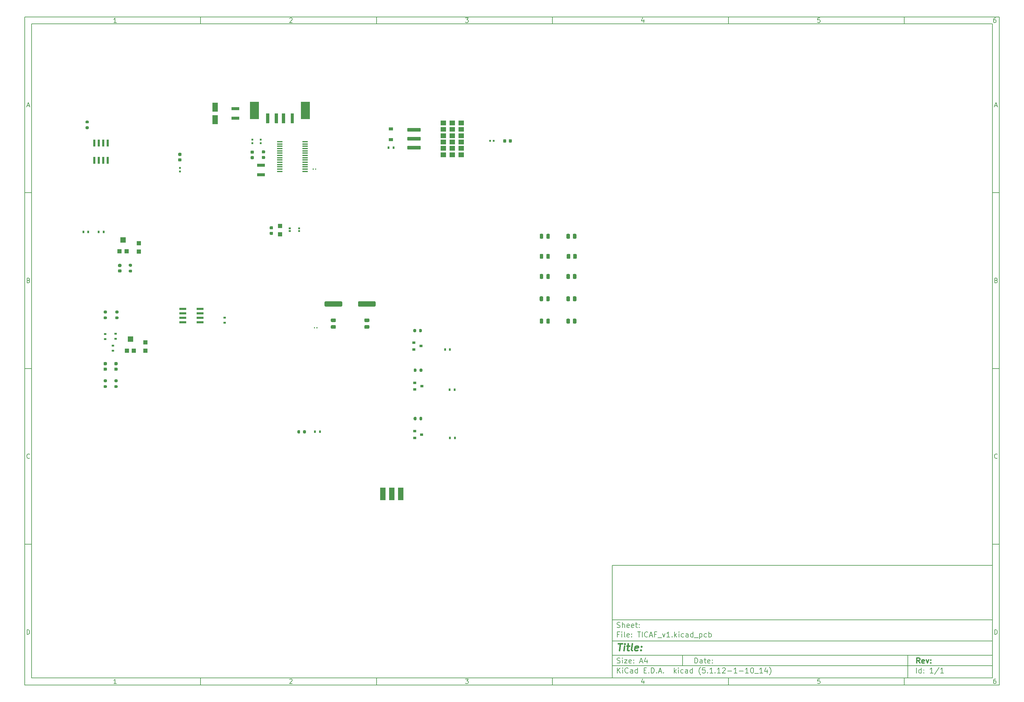
<source format=gbr>
%TF.GenerationSoftware,KiCad,Pcbnew,(5.1.12-1-10_14)*%
%TF.CreationDate,2021-12-30T00:25:25+00:00*%
%TF.ProjectId,TICAF_v1,54494341-465f-4763-912e-6b696361645f,rev?*%
%TF.SameCoordinates,Original*%
%TF.FileFunction,Paste,Top*%
%TF.FilePolarity,Positive*%
%FSLAX46Y46*%
G04 Gerber Fmt 4.6, Leading zero omitted, Abs format (unit mm)*
G04 Created by KiCad (PCBNEW (5.1.12-1-10_14)) date 2021-12-30 00:25:25*
%MOMM*%
%LPD*%
G01*
G04 APERTURE LIST*
%ADD10C,0.100000*%
%ADD11C,0.150000*%
%ADD12C,0.300000*%
%ADD13C,0.400000*%
%ADD14C,0.010000*%
%ADD15R,0.600000X0.700000*%
%ADD16R,0.900000X0.800000*%
%ADD17R,1.500000X0.400000*%
%ADD18R,1.150000X1.150000*%
%ADD19R,1.600000X1.500000*%
%ADD20R,1.200000X1.200000*%
%ADD21R,0.500000X0.475000*%
%ADD22R,0.475000X0.500000*%
%ADD23R,1.524000X3.524000*%
%ADD24R,2.500000X5.000000*%
%ADD25R,0.700000X0.600000*%
%ADD26R,1.200000X0.850000*%
%ADD27R,2.300000X0.900000*%
%ADD28R,1.600000X2.500000*%
G04 APERTURE END LIST*
D10*
D11*
X177002200Y-166007200D02*
X177002200Y-198007200D01*
X285002200Y-198007200D01*
X285002200Y-166007200D01*
X177002200Y-166007200D01*
D10*
D11*
X10000000Y-10000000D02*
X10000000Y-200007200D01*
X287002200Y-200007200D01*
X287002200Y-10000000D01*
X10000000Y-10000000D01*
D10*
D11*
X12000000Y-12000000D02*
X12000000Y-198007200D01*
X285002200Y-198007200D01*
X285002200Y-12000000D01*
X12000000Y-12000000D01*
D10*
D11*
X60000000Y-12000000D02*
X60000000Y-10000000D01*
D10*
D11*
X110000000Y-12000000D02*
X110000000Y-10000000D01*
D10*
D11*
X160000000Y-12000000D02*
X160000000Y-10000000D01*
D10*
D11*
X210000000Y-12000000D02*
X210000000Y-10000000D01*
D10*
D11*
X260000000Y-12000000D02*
X260000000Y-10000000D01*
D10*
D11*
X36065476Y-11588095D02*
X35322619Y-11588095D01*
X35694047Y-11588095D02*
X35694047Y-10288095D01*
X35570238Y-10473809D01*
X35446428Y-10597619D01*
X35322619Y-10659523D01*
D10*
D11*
X85322619Y-10411904D02*
X85384523Y-10350000D01*
X85508333Y-10288095D01*
X85817857Y-10288095D01*
X85941666Y-10350000D01*
X86003571Y-10411904D01*
X86065476Y-10535714D01*
X86065476Y-10659523D01*
X86003571Y-10845238D01*
X85260714Y-11588095D01*
X86065476Y-11588095D01*
D10*
D11*
X135260714Y-10288095D02*
X136065476Y-10288095D01*
X135632142Y-10783333D01*
X135817857Y-10783333D01*
X135941666Y-10845238D01*
X136003571Y-10907142D01*
X136065476Y-11030952D01*
X136065476Y-11340476D01*
X136003571Y-11464285D01*
X135941666Y-11526190D01*
X135817857Y-11588095D01*
X135446428Y-11588095D01*
X135322619Y-11526190D01*
X135260714Y-11464285D01*
D10*
D11*
X185941666Y-10721428D02*
X185941666Y-11588095D01*
X185632142Y-10226190D02*
X185322619Y-11154761D01*
X186127380Y-11154761D01*
D10*
D11*
X236003571Y-10288095D02*
X235384523Y-10288095D01*
X235322619Y-10907142D01*
X235384523Y-10845238D01*
X235508333Y-10783333D01*
X235817857Y-10783333D01*
X235941666Y-10845238D01*
X236003571Y-10907142D01*
X236065476Y-11030952D01*
X236065476Y-11340476D01*
X236003571Y-11464285D01*
X235941666Y-11526190D01*
X235817857Y-11588095D01*
X235508333Y-11588095D01*
X235384523Y-11526190D01*
X235322619Y-11464285D01*
D10*
D11*
X285941666Y-10288095D02*
X285694047Y-10288095D01*
X285570238Y-10350000D01*
X285508333Y-10411904D01*
X285384523Y-10597619D01*
X285322619Y-10845238D01*
X285322619Y-11340476D01*
X285384523Y-11464285D01*
X285446428Y-11526190D01*
X285570238Y-11588095D01*
X285817857Y-11588095D01*
X285941666Y-11526190D01*
X286003571Y-11464285D01*
X286065476Y-11340476D01*
X286065476Y-11030952D01*
X286003571Y-10907142D01*
X285941666Y-10845238D01*
X285817857Y-10783333D01*
X285570238Y-10783333D01*
X285446428Y-10845238D01*
X285384523Y-10907142D01*
X285322619Y-11030952D01*
D10*
D11*
X60000000Y-198007200D02*
X60000000Y-200007200D01*
D10*
D11*
X110000000Y-198007200D02*
X110000000Y-200007200D01*
D10*
D11*
X160000000Y-198007200D02*
X160000000Y-200007200D01*
D10*
D11*
X210000000Y-198007200D02*
X210000000Y-200007200D01*
D10*
D11*
X260000000Y-198007200D02*
X260000000Y-200007200D01*
D10*
D11*
X36065476Y-199595295D02*
X35322619Y-199595295D01*
X35694047Y-199595295D02*
X35694047Y-198295295D01*
X35570238Y-198481009D01*
X35446428Y-198604819D01*
X35322619Y-198666723D01*
D10*
D11*
X85322619Y-198419104D02*
X85384523Y-198357200D01*
X85508333Y-198295295D01*
X85817857Y-198295295D01*
X85941666Y-198357200D01*
X86003571Y-198419104D01*
X86065476Y-198542914D01*
X86065476Y-198666723D01*
X86003571Y-198852438D01*
X85260714Y-199595295D01*
X86065476Y-199595295D01*
D10*
D11*
X135260714Y-198295295D02*
X136065476Y-198295295D01*
X135632142Y-198790533D01*
X135817857Y-198790533D01*
X135941666Y-198852438D01*
X136003571Y-198914342D01*
X136065476Y-199038152D01*
X136065476Y-199347676D01*
X136003571Y-199471485D01*
X135941666Y-199533390D01*
X135817857Y-199595295D01*
X135446428Y-199595295D01*
X135322619Y-199533390D01*
X135260714Y-199471485D01*
D10*
D11*
X185941666Y-198728628D02*
X185941666Y-199595295D01*
X185632142Y-198233390D02*
X185322619Y-199161961D01*
X186127380Y-199161961D01*
D10*
D11*
X236003571Y-198295295D02*
X235384523Y-198295295D01*
X235322619Y-198914342D01*
X235384523Y-198852438D01*
X235508333Y-198790533D01*
X235817857Y-198790533D01*
X235941666Y-198852438D01*
X236003571Y-198914342D01*
X236065476Y-199038152D01*
X236065476Y-199347676D01*
X236003571Y-199471485D01*
X235941666Y-199533390D01*
X235817857Y-199595295D01*
X235508333Y-199595295D01*
X235384523Y-199533390D01*
X235322619Y-199471485D01*
D10*
D11*
X285941666Y-198295295D02*
X285694047Y-198295295D01*
X285570238Y-198357200D01*
X285508333Y-198419104D01*
X285384523Y-198604819D01*
X285322619Y-198852438D01*
X285322619Y-199347676D01*
X285384523Y-199471485D01*
X285446428Y-199533390D01*
X285570238Y-199595295D01*
X285817857Y-199595295D01*
X285941666Y-199533390D01*
X286003571Y-199471485D01*
X286065476Y-199347676D01*
X286065476Y-199038152D01*
X286003571Y-198914342D01*
X285941666Y-198852438D01*
X285817857Y-198790533D01*
X285570238Y-198790533D01*
X285446428Y-198852438D01*
X285384523Y-198914342D01*
X285322619Y-199038152D01*
D10*
D11*
X10000000Y-60000000D02*
X12000000Y-60000000D01*
D10*
D11*
X10000000Y-110000000D02*
X12000000Y-110000000D01*
D10*
D11*
X10000000Y-160000000D02*
X12000000Y-160000000D01*
D10*
D11*
X10690476Y-35216666D02*
X11309523Y-35216666D01*
X10566666Y-35588095D02*
X11000000Y-34288095D01*
X11433333Y-35588095D01*
D10*
D11*
X11092857Y-84907142D02*
X11278571Y-84969047D01*
X11340476Y-85030952D01*
X11402380Y-85154761D01*
X11402380Y-85340476D01*
X11340476Y-85464285D01*
X11278571Y-85526190D01*
X11154761Y-85588095D01*
X10659523Y-85588095D01*
X10659523Y-84288095D01*
X11092857Y-84288095D01*
X11216666Y-84350000D01*
X11278571Y-84411904D01*
X11340476Y-84535714D01*
X11340476Y-84659523D01*
X11278571Y-84783333D01*
X11216666Y-84845238D01*
X11092857Y-84907142D01*
X10659523Y-84907142D01*
D10*
D11*
X11402380Y-135464285D02*
X11340476Y-135526190D01*
X11154761Y-135588095D01*
X11030952Y-135588095D01*
X10845238Y-135526190D01*
X10721428Y-135402380D01*
X10659523Y-135278571D01*
X10597619Y-135030952D01*
X10597619Y-134845238D01*
X10659523Y-134597619D01*
X10721428Y-134473809D01*
X10845238Y-134350000D01*
X11030952Y-134288095D01*
X11154761Y-134288095D01*
X11340476Y-134350000D01*
X11402380Y-134411904D01*
D10*
D11*
X10659523Y-185588095D02*
X10659523Y-184288095D01*
X10969047Y-184288095D01*
X11154761Y-184350000D01*
X11278571Y-184473809D01*
X11340476Y-184597619D01*
X11402380Y-184845238D01*
X11402380Y-185030952D01*
X11340476Y-185278571D01*
X11278571Y-185402380D01*
X11154761Y-185526190D01*
X10969047Y-185588095D01*
X10659523Y-185588095D01*
D10*
D11*
X287002200Y-60000000D02*
X285002200Y-60000000D01*
D10*
D11*
X287002200Y-110000000D02*
X285002200Y-110000000D01*
D10*
D11*
X287002200Y-160000000D02*
X285002200Y-160000000D01*
D10*
D11*
X285692676Y-35216666D02*
X286311723Y-35216666D01*
X285568866Y-35588095D02*
X286002200Y-34288095D01*
X286435533Y-35588095D01*
D10*
D11*
X286095057Y-84907142D02*
X286280771Y-84969047D01*
X286342676Y-85030952D01*
X286404580Y-85154761D01*
X286404580Y-85340476D01*
X286342676Y-85464285D01*
X286280771Y-85526190D01*
X286156961Y-85588095D01*
X285661723Y-85588095D01*
X285661723Y-84288095D01*
X286095057Y-84288095D01*
X286218866Y-84350000D01*
X286280771Y-84411904D01*
X286342676Y-84535714D01*
X286342676Y-84659523D01*
X286280771Y-84783333D01*
X286218866Y-84845238D01*
X286095057Y-84907142D01*
X285661723Y-84907142D01*
D10*
D11*
X286404580Y-135464285D02*
X286342676Y-135526190D01*
X286156961Y-135588095D01*
X286033152Y-135588095D01*
X285847438Y-135526190D01*
X285723628Y-135402380D01*
X285661723Y-135278571D01*
X285599819Y-135030952D01*
X285599819Y-134845238D01*
X285661723Y-134597619D01*
X285723628Y-134473809D01*
X285847438Y-134350000D01*
X286033152Y-134288095D01*
X286156961Y-134288095D01*
X286342676Y-134350000D01*
X286404580Y-134411904D01*
D10*
D11*
X285661723Y-185588095D02*
X285661723Y-184288095D01*
X285971247Y-184288095D01*
X286156961Y-184350000D01*
X286280771Y-184473809D01*
X286342676Y-184597619D01*
X286404580Y-184845238D01*
X286404580Y-185030952D01*
X286342676Y-185278571D01*
X286280771Y-185402380D01*
X286156961Y-185526190D01*
X285971247Y-185588095D01*
X285661723Y-185588095D01*
D10*
D11*
X200434342Y-193785771D02*
X200434342Y-192285771D01*
X200791485Y-192285771D01*
X201005771Y-192357200D01*
X201148628Y-192500057D01*
X201220057Y-192642914D01*
X201291485Y-192928628D01*
X201291485Y-193142914D01*
X201220057Y-193428628D01*
X201148628Y-193571485D01*
X201005771Y-193714342D01*
X200791485Y-193785771D01*
X200434342Y-193785771D01*
X202577200Y-193785771D02*
X202577200Y-193000057D01*
X202505771Y-192857200D01*
X202362914Y-192785771D01*
X202077200Y-192785771D01*
X201934342Y-192857200D01*
X202577200Y-193714342D02*
X202434342Y-193785771D01*
X202077200Y-193785771D01*
X201934342Y-193714342D01*
X201862914Y-193571485D01*
X201862914Y-193428628D01*
X201934342Y-193285771D01*
X202077200Y-193214342D01*
X202434342Y-193214342D01*
X202577200Y-193142914D01*
X203077200Y-192785771D02*
X203648628Y-192785771D01*
X203291485Y-192285771D02*
X203291485Y-193571485D01*
X203362914Y-193714342D01*
X203505771Y-193785771D01*
X203648628Y-193785771D01*
X204720057Y-193714342D02*
X204577200Y-193785771D01*
X204291485Y-193785771D01*
X204148628Y-193714342D01*
X204077200Y-193571485D01*
X204077200Y-193000057D01*
X204148628Y-192857200D01*
X204291485Y-192785771D01*
X204577200Y-192785771D01*
X204720057Y-192857200D01*
X204791485Y-193000057D01*
X204791485Y-193142914D01*
X204077200Y-193285771D01*
X205434342Y-193642914D02*
X205505771Y-193714342D01*
X205434342Y-193785771D01*
X205362914Y-193714342D01*
X205434342Y-193642914D01*
X205434342Y-193785771D01*
X205434342Y-192857200D02*
X205505771Y-192928628D01*
X205434342Y-193000057D01*
X205362914Y-192928628D01*
X205434342Y-192857200D01*
X205434342Y-193000057D01*
D10*
D11*
X177002200Y-194507200D02*
X285002200Y-194507200D01*
D10*
D11*
X178434342Y-196585771D02*
X178434342Y-195085771D01*
X179291485Y-196585771D02*
X178648628Y-195728628D01*
X179291485Y-195085771D02*
X178434342Y-195942914D01*
X179934342Y-196585771D02*
X179934342Y-195585771D01*
X179934342Y-195085771D02*
X179862914Y-195157200D01*
X179934342Y-195228628D01*
X180005771Y-195157200D01*
X179934342Y-195085771D01*
X179934342Y-195228628D01*
X181505771Y-196442914D02*
X181434342Y-196514342D01*
X181220057Y-196585771D01*
X181077200Y-196585771D01*
X180862914Y-196514342D01*
X180720057Y-196371485D01*
X180648628Y-196228628D01*
X180577200Y-195942914D01*
X180577200Y-195728628D01*
X180648628Y-195442914D01*
X180720057Y-195300057D01*
X180862914Y-195157200D01*
X181077200Y-195085771D01*
X181220057Y-195085771D01*
X181434342Y-195157200D01*
X181505771Y-195228628D01*
X182791485Y-196585771D02*
X182791485Y-195800057D01*
X182720057Y-195657200D01*
X182577200Y-195585771D01*
X182291485Y-195585771D01*
X182148628Y-195657200D01*
X182791485Y-196514342D02*
X182648628Y-196585771D01*
X182291485Y-196585771D01*
X182148628Y-196514342D01*
X182077200Y-196371485D01*
X182077200Y-196228628D01*
X182148628Y-196085771D01*
X182291485Y-196014342D01*
X182648628Y-196014342D01*
X182791485Y-195942914D01*
X184148628Y-196585771D02*
X184148628Y-195085771D01*
X184148628Y-196514342D02*
X184005771Y-196585771D01*
X183720057Y-196585771D01*
X183577200Y-196514342D01*
X183505771Y-196442914D01*
X183434342Y-196300057D01*
X183434342Y-195871485D01*
X183505771Y-195728628D01*
X183577200Y-195657200D01*
X183720057Y-195585771D01*
X184005771Y-195585771D01*
X184148628Y-195657200D01*
X186005771Y-195800057D02*
X186505771Y-195800057D01*
X186720057Y-196585771D02*
X186005771Y-196585771D01*
X186005771Y-195085771D01*
X186720057Y-195085771D01*
X187362914Y-196442914D02*
X187434342Y-196514342D01*
X187362914Y-196585771D01*
X187291485Y-196514342D01*
X187362914Y-196442914D01*
X187362914Y-196585771D01*
X188077200Y-196585771D02*
X188077200Y-195085771D01*
X188434342Y-195085771D01*
X188648628Y-195157200D01*
X188791485Y-195300057D01*
X188862914Y-195442914D01*
X188934342Y-195728628D01*
X188934342Y-195942914D01*
X188862914Y-196228628D01*
X188791485Y-196371485D01*
X188648628Y-196514342D01*
X188434342Y-196585771D01*
X188077200Y-196585771D01*
X189577200Y-196442914D02*
X189648628Y-196514342D01*
X189577200Y-196585771D01*
X189505771Y-196514342D01*
X189577200Y-196442914D01*
X189577200Y-196585771D01*
X190220057Y-196157200D02*
X190934342Y-196157200D01*
X190077200Y-196585771D02*
X190577200Y-195085771D01*
X191077200Y-196585771D01*
X191577200Y-196442914D02*
X191648628Y-196514342D01*
X191577200Y-196585771D01*
X191505771Y-196514342D01*
X191577200Y-196442914D01*
X191577200Y-196585771D01*
X194577200Y-196585771D02*
X194577200Y-195085771D01*
X194720057Y-196014342D02*
X195148628Y-196585771D01*
X195148628Y-195585771D02*
X194577200Y-196157200D01*
X195791485Y-196585771D02*
X195791485Y-195585771D01*
X195791485Y-195085771D02*
X195720057Y-195157200D01*
X195791485Y-195228628D01*
X195862914Y-195157200D01*
X195791485Y-195085771D01*
X195791485Y-195228628D01*
X197148628Y-196514342D02*
X197005771Y-196585771D01*
X196720057Y-196585771D01*
X196577200Y-196514342D01*
X196505771Y-196442914D01*
X196434342Y-196300057D01*
X196434342Y-195871485D01*
X196505771Y-195728628D01*
X196577200Y-195657200D01*
X196720057Y-195585771D01*
X197005771Y-195585771D01*
X197148628Y-195657200D01*
X198434342Y-196585771D02*
X198434342Y-195800057D01*
X198362914Y-195657200D01*
X198220057Y-195585771D01*
X197934342Y-195585771D01*
X197791485Y-195657200D01*
X198434342Y-196514342D02*
X198291485Y-196585771D01*
X197934342Y-196585771D01*
X197791485Y-196514342D01*
X197720057Y-196371485D01*
X197720057Y-196228628D01*
X197791485Y-196085771D01*
X197934342Y-196014342D01*
X198291485Y-196014342D01*
X198434342Y-195942914D01*
X199791485Y-196585771D02*
X199791485Y-195085771D01*
X199791485Y-196514342D02*
X199648628Y-196585771D01*
X199362914Y-196585771D01*
X199220057Y-196514342D01*
X199148628Y-196442914D01*
X199077200Y-196300057D01*
X199077200Y-195871485D01*
X199148628Y-195728628D01*
X199220057Y-195657200D01*
X199362914Y-195585771D01*
X199648628Y-195585771D01*
X199791485Y-195657200D01*
X202077200Y-197157200D02*
X202005771Y-197085771D01*
X201862914Y-196871485D01*
X201791485Y-196728628D01*
X201720057Y-196514342D01*
X201648628Y-196157200D01*
X201648628Y-195871485D01*
X201720057Y-195514342D01*
X201791485Y-195300057D01*
X201862914Y-195157200D01*
X202005771Y-194942914D01*
X202077200Y-194871485D01*
X203362914Y-195085771D02*
X202648628Y-195085771D01*
X202577200Y-195800057D01*
X202648628Y-195728628D01*
X202791485Y-195657200D01*
X203148628Y-195657200D01*
X203291485Y-195728628D01*
X203362914Y-195800057D01*
X203434342Y-195942914D01*
X203434342Y-196300057D01*
X203362914Y-196442914D01*
X203291485Y-196514342D01*
X203148628Y-196585771D01*
X202791485Y-196585771D01*
X202648628Y-196514342D01*
X202577200Y-196442914D01*
X204077200Y-196442914D02*
X204148628Y-196514342D01*
X204077200Y-196585771D01*
X204005771Y-196514342D01*
X204077200Y-196442914D01*
X204077200Y-196585771D01*
X205577200Y-196585771D02*
X204720057Y-196585771D01*
X205148628Y-196585771D02*
X205148628Y-195085771D01*
X205005771Y-195300057D01*
X204862914Y-195442914D01*
X204720057Y-195514342D01*
X206220057Y-196442914D02*
X206291485Y-196514342D01*
X206220057Y-196585771D01*
X206148628Y-196514342D01*
X206220057Y-196442914D01*
X206220057Y-196585771D01*
X207720057Y-196585771D02*
X206862914Y-196585771D01*
X207291485Y-196585771D02*
X207291485Y-195085771D01*
X207148628Y-195300057D01*
X207005771Y-195442914D01*
X206862914Y-195514342D01*
X208291485Y-195228628D02*
X208362914Y-195157200D01*
X208505771Y-195085771D01*
X208862914Y-195085771D01*
X209005771Y-195157200D01*
X209077200Y-195228628D01*
X209148628Y-195371485D01*
X209148628Y-195514342D01*
X209077200Y-195728628D01*
X208220057Y-196585771D01*
X209148628Y-196585771D01*
X209791485Y-196014342D02*
X210934342Y-196014342D01*
X212434342Y-196585771D02*
X211577200Y-196585771D01*
X212005771Y-196585771D02*
X212005771Y-195085771D01*
X211862914Y-195300057D01*
X211720057Y-195442914D01*
X211577200Y-195514342D01*
X213077200Y-196014342D02*
X214220057Y-196014342D01*
X215720057Y-196585771D02*
X214862914Y-196585771D01*
X215291485Y-196585771D02*
X215291485Y-195085771D01*
X215148628Y-195300057D01*
X215005771Y-195442914D01*
X214862914Y-195514342D01*
X216648628Y-195085771D02*
X216791485Y-195085771D01*
X216934342Y-195157200D01*
X217005771Y-195228628D01*
X217077200Y-195371485D01*
X217148628Y-195657200D01*
X217148628Y-196014342D01*
X217077200Y-196300057D01*
X217005771Y-196442914D01*
X216934342Y-196514342D01*
X216791485Y-196585771D01*
X216648628Y-196585771D01*
X216505771Y-196514342D01*
X216434342Y-196442914D01*
X216362914Y-196300057D01*
X216291485Y-196014342D01*
X216291485Y-195657200D01*
X216362914Y-195371485D01*
X216434342Y-195228628D01*
X216505771Y-195157200D01*
X216648628Y-195085771D01*
X217434342Y-196728628D02*
X218577200Y-196728628D01*
X219720057Y-196585771D02*
X218862914Y-196585771D01*
X219291485Y-196585771D02*
X219291485Y-195085771D01*
X219148628Y-195300057D01*
X219005771Y-195442914D01*
X218862914Y-195514342D01*
X221005771Y-195585771D02*
X221005771Y-196585771D01*
X220648628Y-195014342D02*
X220291485Y-196085771D01*
X221220057Y-196085771D01*
X221648628Y-197157200D02*
X221720057Y-197085771D01*
X221862914Y-196871485D01*
X221934342Y-196728628D01*
X222005771Y-196514342D01*
X222077200Y-196157200D01*
X222077200Y-195871485D01*
X222005771Y-195514342D01*
X221934342Y-195300057D01*
X221862914Y-195157200D01*
X221720057Y-194942914D01*
X221648628Y-194871485D01*
D10*
D11*
X177002200Y-191507200D02*
X285002200Y-191507200D01*
D10*
D12*
X264411485Y-193785771D02*
X263911485Y-193071485D01*
X263554342Y-193785771D02*
X263554342Y-192285771D01*
X264125771Y-192285771D01*
X264268628Y-192357200D01*
X264340057Y-192428628D01*
X264411485Y-192571485D01*
X264411485Y-192785771D01*
X264340057Y-192928628D01*
X264268628Y-193000057D01*
X264125771Y-193071485D01*
X263554342Y-193071485D01*
X265625771Y-193714342D02*
X265482914Y-193785771D01*
X265197200Y-193785771D01*
X265054342Y-193714342D01*
X264982914Y-193571485D01*
X264982914Y-193000057D01*
X265054342Y-192857200D01*
X265197200Y-192785771D01*
X265482914Y-192785771D01*
X265625771Y-192857200D01*
X265697200Y-193000057D01*
X265697200Y-193142914D01*
X264982914Y-193285771D01*
X266197200Y-192785771D02*
X266554342Y-193785771D01*
X266911485Y-192785771D01*
X267482914Y-193642914D02*
X267554342Y-193714342D01*
X267482914Y-193785771D01*
X267411485Y-193714342D01*
X267482914Y-193642914D01*
X267482914Y-193785771D01*
X267482914Y-192857200D02*
X267554342Y-192928628D01*
X267482914Y-193000057D01*
X267411485Y-192928628D01*
X267482914Y-192857200D01*
X267482914Y-193000057D01*
D10*
D11*
X178362914Y-193714342D02*
X178577200Y-193785771D01*
X178934342Y-193785771D01*
X179077200Y-193714342D01*
X179148628Y-193642914D01*
X179220057Y-193500057D01*
X179220057Y-193357200D01*
X179148628Y-193214342D01*
X179077200Y-193142914D01*
X178934342Y-193071485D01*
X178648628Y-193000057D01*
X178505771Y-192928628D01*
X178434342Y-192857200D01*
X178362914Y-192714342D01*
X178362914Y-192571485D01*
X178434342Y-192428628D01*
X178505771Y-192357200D01*
X178648628Y-192285771D01*
X179005771Y-192285771D01*
X179220057Y-192357200D01*
X179862914Y-193785771D02*
X179862914Y-192785771D01*
X179862914Y-192285771D02*
X179791485Y-192357200D01*
X179862914Y-192428628D01*
X179934342Y-192357200D01*
X179862914Y-192285771D01*
X179862914Y-192428628D01*
X180434342Y-192785771D02*
X181220057Y-192785771D01*
X180434342Y-193785771D01*
X181220057Y-193785771D01*
X182362914Y-193714342D02*
X182220057Y-193785771D01*
X181934342Y-193785771D01*
X181791485Y-193714342D01*
X181720057Y-193571485D01*
X181720057Y-193000057D01*
X181791485Y-192857200D01*
X181934342Y-192785771D01*
X182220057Y-192785771D01*
X182362914Y-192857200D01*
X182434342Y-193000057D01*
X182434342Y-193142914D01*
X181720057Y-193285771D01*
X183077200Y-193642914D02*
X183148628Y-193714342D01*
X183077200Y-193785771D01*
X183005771Y-193714342D01*
X183077200Y-193642914D01*
X183077200Y-193785771D01*
X183077200Y-192857200D02*
X183148628Y-192928628D01*
X183077200Y-193000057D01*
X183005771Y-192928628D01*
X183077200Y-192857200D01*
X183077200Y-193000057D01*
X184862914Y-193357200D02*
X185577200Y-193357200D01*
X184720057Y-193785771D02*
X185220057Y-192285771D01*
X185720057Y-193785771D01*
X186862914Y-192785771D02*
X186862914Y-193785771D01*
X186505771Y-192214342D02*
X186148628Y-193285771D01*
X187077200Y-193285771D01*
D10*
D11*
X263434342Y-196585771D02*
X263434342Y-195085771D01*
X264791485Y-196585771D02*
X264791485Y-195085771D01*
X264791485Y-196514342D02*
X264648628Y-196585771D01*
X264362914Y-196585771D01*
X264220057Y-196514342D01*
X264148628Y-196442914D01*
X264077200Y-196300057D01*
X264077200Y-195871485D01*
X264148628Y-195728628D01*
X264220057Y-195657200D01*
X264362914Y-195585771D01*
X264648628Y-195585771D01*
X264791485Y-195657200D01*
X265505771Y-196442914D02*
X265577200Y-196514342D01*
X265505771Y-196585771D01*
X265434342Y-196514342D01*
X265505771Y-196442914D01*
X265505771Y-196585771D01*
X265505771Y-195657200D02*
X265577200Y-195728628D01*
X265505771Y-195800057D01*
X265434342Y-195728628D01*
X265505771Y-195657200D01*
X265505771Y-195800057D01*
X268148628Y-196585771D02*
X267291485Y-196585771D01*
X267720057Y-196585771D02*
X267720057Y-195085771D01*
X267577200Y-195300057D01*
X267434342Y-195442914D01*
X267291485Y-195514342D01*
X269862914Y-195014342D02*
X268577200Y-196942914D01*
X271148628Y-196585771D02*
X270291485Y-196585771D01*
X270720057Y-196585771D02*
X270720057Y-195085771D01*
X270577200Y-195300057D01*
X270434342Y-195442914D01*
X270291485Y-195514342D01*
D10*
D11*
X177002200Y-187507200D02*
X285002200Y-187507200D01*
D10*
D13*
X178714580Y-188211961D02*
X179857438Y-188211961D01*
X179036009Y-190211961D02*
X179286009Y-188211961D01*
X180274104Y-190211961D02*
X180440771Y-188878628D01*
X180524104Y-188211961D02*
X180416961Y-188307200D01*
X180500295Y-188402438D01*
X180607438Y-188307200D01*
X180524104Y-188211961D01*
X180500295Y-188402438D01*
X181107438Y-188878628D02*
X181869342Y-188878628D01*
X181476485Y-188211961D02*
X181262200Y-189926247D01*
X181333628Y-190116723D01*
X181512200Y-190211961D01*
X181702676Y-190211961D01*
X182655057Y-190211961D02*
X182476485Y-190116723D01*
X182405057Y-189926247D01*
X182619342Y-188211961D01*
X184190771Y-190116723D02*
X183988390Y-190211961D01*
X183607438Y-190211961D01*
X183428866Y-190116723D01*
X183357438Y-189926247D01*
X183452676Y-189164342D01*
X183571723Y-188973866D01*
X183774104Y-188878628D01*
X184155057Y-188878628D01*
X184333628Y-188973866D01*
X184405057Y-189164342D01*
X184381247Y-189354819D01*
X183405057Y-189545295D01*
X185155057Y-190021485D02*
X185238390Y-190116723D01*
X185131247Y-190211961D01*
X185047914Y-190116723D01*
X185155057Y-190021485D01*
X185131247Y-190211961D01*
X185286009Y-188973866D02*
X185369342Y-189069104D01*
X185262200Y-189164342D01*
X185178866Y-189069104D01*
X185286009Y-188973866D01*
X185262200Y-189164342D01*
D10*
D11*
X178934342Y-185600057D02*
X178434342Y-185600057D01*
X178434342Y-186385771D02*
X178434342Y-184885771D01*
X179148628Y-184885771D01*
X179720057Y-186385771D02*
X179720057Y-185385771D01*
X179720057Y-184885771D02*
X179648628Y-184957200D01*
X179720057Y-185028628D01*
X179791485Y-184957200D01*
X179720057Y-184885771D01*
X179720057Y-185028628D01*
X180648628Y-186385771D02*
X180505771Y-186314342D01*
X180434342Y-186171485D01*
X180434342Y-184885771D01*
X181791485Y-186314342D02*
X181648628Y-186385771D01*
X181362914Y-186385771D01*
X181220057Y-186314342D01*
X181148628Y-186171485D01*
X181148628Y-185600057D01*
X181220057Y-185457200D01*
X181362914Y-185385771D01*
X181648628Y-185385771D01*
X181791485Y-185457200D01*
X181862914Y-185600057D01*
X181862914Y-185742914D01*
X181148628Y-185885771D01*
X182505771Y-186242914D02*
X182577200Y-186314342D01*
X182505771Y-186385771D01*
X182434342Y-186314342D01*
X182505771Y-186242914D01*
X182505771Y-186385771D01*
X182505771Y-185457200D02*
X182577200Y-185528628D01*
X182505771Y-185600057D01*
X182434342Y-185528628D01*
X182505771Y-185457200D01*
X182505771Y-185600057D01*
X184148628Y-184885771D02*
X185005771Y-184885771D01*
X184577200Y-186385771D02*
X184577200Y-184885771D01*
X185505771Y-186385771D02*
X185505771Y-184885771D01*
X187077200Y-186242914D02*
X187005771Y-186314342D01*
X186791485Y-186385771D01*
X186648628Y-186385771D01*
X186434342Y-186314342D01*
X186291485Y-186171485D01*
X186220057Y-186028628D01*
X186148628Y-185742914D01*
X186148628Y-185528628D01*
X186220057Y-185242914D01*
X186291485Y-185100057D01*
X186434342Y-184957200D01*
X186648628Y-184885771D01*
X186791485Y-184885771D01*
X187005771Y-184957200D01*
X187077200Y-185028628D01*
X187648628Y-185957200D02*
X188362914Y-185957200D01*
X187505771Y-186385771D02*
X188005771Y-184885771D01*
X188505771Y-186385771D01*
X189505771Y-185600057D02*
X189005771Y-185600057D01*
X189005771Y-186385771D02*
X189005771Y-184885771D01*
X189720057Y-184885771D01*
X189934342Y-186528628D02*
X191077200Y-186528628D01*
X191291485Y-185385771D02*
X191648628Y-186385771D01*
X192005771Y-185385771D01*
X193362914Y-186385771D02*
X192505771Y-186385771D01*
X192934342Y-186385771D02*
X192934342Y-184885771D01*
X192791485Y-185100057D01*
X192648628Y-185242914D01*
X192505771Y-185314342D01*
X194005771Y-186242914D02*
X194077200Y-186314342D01*
X194005771Y-186385771D01*
X193934342Y-186314342D01*
X194005771Y-186242914D01*
X194005771Y-186385771D01*
X194720057Y-186385771D02*
X194720057Y-184885771D01*
X194862914Y-185814342D02*
X195291485Y-186385771D01*
X195291485Y-185385771D02*
X194720057Y-185957200D01*
X195934342Y-186385771D02*
X195934342Y-185385771D01*
X195934342Y-184885771D02*
X195862914Y-184957200D01*
X195934342Y-185028628D01*
X196005771Y-184957200D01*
X195934342Y-184885771D01*
X195934342Y-185028628D01*
X197291485Y-186314342D02*
X197148628Y-186385771D01*
X196862914Y-186385771D01*
X196720057Y-186314342D01*
X196648628Y-186242914D01*
X196577200Y-186100057D01*
X196577200Y-185671485D01*
X196648628Y-185528628D01*
X196720057Y-185457200D01*
X196862914Y-185385771D01*
X197148628Y-185385771D01*
X197291485Y-185457200D01*
X198577200Y-186385771D02*
X198577200Y-185600057D01*
X198505771Y-185457200D01*
X198362914Y-185385771D01*
X198077200Y-185385771D01*
X197934342Y-185457200D01*
X198577200Y-186314342D02*
X198434342Y-186385771D01*
X198077200Y-186385771D01*
X197934342Y-186314342D01*
X197862914Y-186171485D01*
X197862914Y-186028628D01*
X197934342Y-185885771D01*
X198077200Y-185814342D01*
X198434342Y-185814342D01*
X198577200Y-185742914D01*
X199934342Y-186385771D02*
X199934342Y-184885771D01*
X199934342Y-186314342D02*
X199791485Y-186385771D01*
X199505771Y-186385771D01*
X199362914Y-186314342D01*
X199291485Y-186242914D01*
X199220057Y-186100057D01*
X199220057Y-185671485D01*
X199291485Y-185528628D01*
X199362914Y-185457200D01*
X199505771Y-185385771D01*
X199791485Y-185385771D01*
X199934342Y-185457200D01*
X200291485Y-186528628D02*
X201434342Y-186528628D01*
X201791485Y-185385771D02*
X201791485Y-186885771D01*
X201791485Y-185457200D02*
X201934342Y-185385771D01*
X202220057Y-185385771D01*
X202362914Y-185457200D01*
X202434342Y-185528628D01*
X202505771Y-185671485D01*
X202505771Y-186100057D01*
X202434342Y-186242914D01*
X202362914Y-186314342D01*
X202220057Y-186385771D01*
X201934342Y-186385771D01*
X201791485Y-186314342D01*
X203791485Y-186314342D02*
X203648628Y-186385771D01*
X203362914Y-186385771D01*
X203220057Y-186314342D01*
X203148628Y-186242914D01*
X203077200Y-186100057D01*
X203077200Y-185671485D01*
X203148628Y-185528628D01*
X203220057Y-185457200D01*
X203362914Y-185385771D01*
X203648628Y-185385771D01*
X203791485Y-185457200D01*
X204434342Y-186385771D02*
X204434342Y-184885771D01*
X204434342Y-185457200D02*
X204577200Y-185385771D01*
X204862914Y-185385771D01*
X205005771Y-185457200D01*
X205077200Y-185528628D01*
X205148628Y-185671485D01*
X205148628Y-186100057D01*
X205077200Y-186242914D01*
X205005771Y-186314342D01*
X204862914Y-186385771D01*
X204577200Y-186385771D01*
X204434342Y-186314342D01*
D10*
D11*
X177002200Y-181507200D02*
X285002200Y-181507200D01*
D10*
D11*
X178362914Y-183614342D02*
X178577200Y-183685771D01*
X178934342Y-183685771D01*
X179077200Y-183614342D01*
X179148628Y-183542914D01*
X179220057Y-183400057D01*
X179220057Y-183257200D01*
X179148628Y-183114342D01*
X179077200Y-183042914D01*
X178934342Y-182971485D01*
X178648628Y-182900057D01*
X178505771Y-182828628D01*
X178434342Y-182757200D01*
X178362914Y-182614342D01*
X178362914Y-182471485D01*
X178434342Y-182328628D01*
X178505771Y-182257200D01*
X178648628Y-182185771D01*
X179005771Y-182185771D01*
X179220057Y-182257200D01*
X179862914Y-183685771D02*
X179862914Y-182185771D01*
X180505771Y-183685771D02*
X180505771Y-182900057D01*
X180434342Y-182757200D01*
X180291485Y-182685771D01*
X180077200Y-182685771D01*
X179934342Y-182757200D01*
X179862914Y-182828628D01*
X181791485Y-183614342D02*
X181648628Y-183685771D01*
X181362914Y-183685771D01*
X181220057Y-183614342D01*
X181148628Y-183471485D01*
X181148628Y-182900057D01*
X181220057Y-182757200D01*
X181362914Y-182685771D01*
X181648628Y-182685771D01*
X181791485Y-182757200D01*
X181862914Y-182900057D01*
X181862914Y-183042914D01*
X181148628Y-183185771D01*
X183077200Y-183614342D02*
X182934342Y-183685771D01*
X182648628Y-183685771D01*
X182505771Y-183614342D01*
X182434342Y-183471485D01*
X182434342Y-182900057D01*
X182505771Y-182757200D01*
X182648628Y-182685771D01*
X182934342Y-182685771D01*
X183077200Y-182757200D01*
X183148628Y-182900057D01*
X183148628Y-183042914D01*
X182434342Y-183185771D01*
X183577200Y-182685771D02*
X184148628Y-182685771D01*
X183791485Y-182185771D02*
X183791485Y-183471485D01*
X183862914Y-183614342D01*
X184005771Y-183685771D01*
X184148628Y-183685771D01*
X184648628Y-183542914D02*
X184720057Y-183614342D01*
X184648628Y-183685771D01*
X184577200Y-183614342D01*
X184648628Y-183542914D01*
X184648628Y-183685771D01*
X184648628Y-182757200D02*
X184720057Y-182828628D01*
X184648628Y-182900057D01*
X184577200Y-182828628D01*
X184648628Y-182757200D01*
X184648628Y-182900057D01*
D10*
D11*
X197002200Y-191507200D02*
X197002200Y-194507200D01*
D10*
D11*
X261002200Y-191507200D02*
X261002200Y-198007200D01*
D14*
%TO.C,S1*%
G36*
X87706000Y-70630500D02*
G01*
X88156000Y-70630500D01*
X88156000Y-71080500D01*
X87706000Y-71080500D01*
X87706000Y-70630500D01*
G37*
X87706000Y-70630500D02*
X88156000Y-70630500D01*
X88156000Y-71080500D01*
X87706000Y-71080500D01*
X87706000Y-70630500D01*
G36*
X87706000Y-69880500D02*
G01*
X88156000Y-69880500D01*
X88156000Y-70330500D01*
X87706000Y-70330500D01*
X87706000Y-69880500D01*
G37*
X87706000Y-69880500D02*
X88156000Y-69880500D01*
X88156000Y-70330500D01*
X87706000Y-70330500D01*
X87706000Y-69880500D01*
G36*
X85056000Y-70630500D02*
G01*
X85506000Y-70630500D01*
X85506000Y-71080500D01*
X85056000Y-71080500D01*
X85056000Y-70630500D01*
G37*
X85056000Y-70630500D02*
X85506000Y-70630500D01*
X85506000Y-71080500D01*
X85056000Y-71080500D01*
X85056000Y-70630500D01*
G36*
X85056000Y-69880500D02*
G01*
X85506000Y-69880500D01*
X85506000Y-70330500D01*
X85056000Y-70330500D01*
X85056000Y-69880500D01*
G37*
X85056000Y-69880500D02*
X85506000Y-69880500D01*
X85506000Y-70330500D01*
X85056000Y-70330500D01*
X85056000Y-69880500D01*
%TO.C,U2*%
G36*
X128240400Y-48510500D02*
G01*
X129690400Y-48510500D01*
X129690400Y-49770500D01*
X128240400Y-49770500D01*
X128240400Y-48510500D01*
G37*
X128240400Y-48510500D02*
X129690400Y-48510500D01*
X129690400Y-49770500D01*
X128240400Y-49770500D01*
X128240400Y-48510500D01*
G36*
X128240400Y-46710500D02*
G01*
X129690400Y-46710500D01*
X129690400Y-47970500D01*
X128240400Y-47970500D01*
X128240400Y-46710500D01*
G37*
X128240400Y-46710500D02*
X129690400Y-46710500D01*
X129690400Y-47970500D01*
X128240400Y-47970500D01*
X128240400Y-46710500D01*
G36*
X128240400Y-44910500D02*
G01*
X129690400Y-44910500D01*
X129690400Y-46170500D01*
X128240400Y-46170500D01*
X128240400Y-44910500D01*
G37*
X128240400Y-44910500D02*
X129690400Y-44910500D01*
X129690400Y-46170500D01*
X128240400Y-46170500D01*
X128240400Y-44910500D01*
G36*
X128240400Y-39510500D02*
G01*
X129690400Y-39510500D01*
X129690400Y-40770500D01*
X128240400Y-40770500D01*
X128240400Y-39510500D01*
G37*
X128240400Y-39510500D02*
X129690400Y-39510500D01*
X129690400Y-40770500D01*
X128240400Y-40770500D01*
X128240400Y-39510500D01*
G36*
X128240400Y-41310500D02*
G01*
X129690400Y-41310500D01*
X129690400Y-42570500D01*
X128240400Y-42570500D01*
X128240400Y-41310500D01*
G37*
X128240400Y-41310500D02*
X129690400Y-41310500D01*
X129690400Y-42570500D01*
X128240400Y-42570500D01*
X128240400Y-41310500D01*
G36*
X128240400Y-43110500D02*
G01*
X129690400Y-43110500D01*
X129690400Y-44370500D01*
X128240400Y-44370500D01*
X128240400Y-43110500D01*
G37*
X128240400Y-43110500D02*
X129690400Y-43110500D01*
X129690400Y-44370500D01*
X128240400Y-44370500D01*
X128240400Y-43110500D01*
G36*
X133320400Y-48510500D02*
G01*
X134770400Y-48510500D01*
X134770400Y-49770500D01*
X133320400Y-49770500D01*
X133320400Y-48510500D01*
G37*
X133320400Y-48510500D02*
X134770400Y-48510500D01*
X134770400Y-49770500D01*
X133320400Y-49770500D01*
X133320400Y-48510500D01*
G36*
X133320400Y-46710500D02*
G01*
X134770400Y-46710500D01*
X134770400Y-47970500D01*
X133320400Y-47970500D01*
X133320400Y-46710500D01*
G37*
X133320400Y-46710500D02*
X134770400Y-46710500D01*
X134770400Y-47970500D01*
X133320400Y-47970500D01*
X133320400Y-46710500D01*
G36*
X133320400Y-44910500D02*
G01*
X134770400Y-44910500D01*
X134770400Y-46170500D01*
X133320400Y-46170500D01*
X133320400Y-44910500D01*
G37*
X133320400Y-44910500D02*
X134770400Y-44910500D01*
X134770400Y-46170500D01*
X133320400Y-46170500D01*
X133320400Y-44910500D01*
G36*
X133320400Y-39510500D02*
G01*
X134770400Y-39510500D01*
X134770400Y-40770500D01*
X133320400Y-40770500D01*
X133320400Y-39510500D01*
G37*
X133320400Y-39510500D02*
X134770400Y-39510500D01*
X134770400Y-40770500D01*
X133320400Y-40770500D01*
X133320400Y-39510500D01*
G36*
X133320400Y-41310500D02*
G01*
X134770400Y-41310500D01*
X134770400Y-42570500D01*
X133320400Y-42570500D01*
X133320400Y-41310500D01*
G37*
X133320400Y-41310500D02*
X134770400Y-41310500D01*
X134770400Y-42570500D01*
X133320400Y-42570500D01*
X133320400Y-41310500D01*
G36*
X133320400Y-43110500D02*
G01*
X134770400Y-43110500D01*
X134770400Y-44370500D01*
X133320400Y-44370500D01*
X133320400Y-43110500D01*
G37*
X133320400Y-43110500D02*
X134770400Y-43110500D01*
X134770400Y-44370500D01*
X133320400Y-44370500D01*
X133320400Y-43110500D01*
G36*
X130780400Y-48510500D02*
G01*
X132230400Y-48510500D01*
X132230400Y-49770500D01*
X130780400Y-49770500D01*
X130780400Y-48510500D01*
G37*
X130780400Y-48510500D02*
X132230400Y-48510500D01*
X132230400Y-49770500D01*
X130780400Y-49770500D01*
X130780400Y-48510500D01*
G36*
X130780400Y-46710500D02*
G01*
X132230400Y-46710500D01*
X132230400Y-47970500D01*
X130780400Y-47970500D01*
X130780400Y-46710500D01*
G37*
X130780400Y-46710500D02*
X132230400Y-46710500D01*
X132230400Y-47970500D01*
X130780400Y-47970500D01*
X130780400Y-46710500D01*
G36*
X130780400Y-44910500D02*
G01*
X132230400Y-44910500D01*
X132230400Y-46170500D01*
X130780400Y-46170500D01*
X130780400Y-44910500D01*
G37*
X130780400Y-44910500D02*
X132230400Y-44910500D01*
X132230400Y-46170500D01*
X130780400Y-46170500D01*
X130780400Y-44910500D01*
G36*
X130780400Y-39510500D02*
G01*
X132230400Y-39510500D01*
X132230400Y-40770500D01*
X130780400Y-40770500D01*
X130780400Y-39510500D01*
G37*
X130780400Y-39510500D02*
X132230400Y-39510500D01*
X132230400Y-40770500D01*
X130780400Y-40770500D01*
X130780400Y-39510500D01*
G36*
X130780400Y-41310500D02*
G01*
X132230400Y-41310500D01*
X132230400Y-42570500D01*
X130780400Y-42570500D01*
X130780400Y-41310500D01*
G37*
X130780400Y-41310500D02*
X132230400Y-41310500D01*
X132230400Y-42570500D01*
X130780400Y-42570500D01*
X130780400Y-41310500D01*
G36*
X130780400Y-43110500D02*
G01*
X132230400Y-43110500D01*
X132230400Y-44370500D01*
X130780400Y-44370500D01*
X130780400Y-43110500D01*
G37*
X130780400Y-43110500D02*
X132230400Y-43110500D01*
X132230400Y-44370500D01*
X130780400Y-44370500D01*
X130780400Y-43110500D01*
%TD*%
D15*
%TO.C,D22*%
X113400000Y-47200000D03*
X114800000Y-47200000D03*
%TD*%
D16*
%TO.C,Q3*%
X122620000Y-103600000D03*
X120620000Y-104550000D03*
X120620000Y-102650000D03*
%TD*%
%TO.C,Q2*%
X122810000Y-128770000D03*
X120810000Y-129720000D03*
X120810000Y-127820000D03*
%TD*%
%TO.C,Q1*%
X122850000Y-115010000D03*
X120850000Y-115960000D03*
X120850000Y-114060000D03*
%TD*%
%TO.C,Y1*%
G36*
G01*
X104734000Y-92098600D02*
X104734000Y-91162400D01*
G75*
G02*
X105020900Y-90875500I286900J0D01*
G01*
X109457100Y-90875500D01*
G75*
G02*
X109744000Y-91162400I0J-286900D01*
G01*
X109744000Y-92098600D01*
G75*
G02*
X109457100Y-92385500I-286900J0D01*
G01*
X105020900Y-92385500D01*
G75*
G02*
X104734000Y-92098600I0J286900D01*
G01*
G37*
G36*
G01*
X95234000Y-92098600D02*
X95234000Y-91162400D01*
G75*
G02*
X95520900Y-90875500I286900J0D01*
G01*
X99957100Y-90875500D01*
G75*
G02*
X100244000Y-91162400I0J-286900D01*
G01*
X100244000Y-92098600D01*
G75*
G02*
X99957100Y-92385500I-286900J0D01*
G01*
X95520900Y-92385500D01*
G75*
G02*
X95234000Y-92098600I0J286900D01*
G01*
G37*
%TD*%
%TO.C,U5*%
G36*
G01*
X58889000Y-93285500D02*
X58889000Y-92769500D01*
G75*
G02*
X58931000Y-92727500I42000J0D01*
G01*
X60817000Y-92727500D01*
G75*
G02*
X60859000Y-92769500I0J-42000D01*
G01*
X60859000Y-93285500D01*
G75*
G02*
X60817000Y-93327500I-42000J0D01*
G01*
X58931000Y-93327500D01*
G75*
G02*
X58889000Y-93285500I0J42000D01*
G01*
G37*
G36*
G01*
X58889000Y-94555500D02*
X58889000Y-94039500D01*
G75*
G02*
X58931000Y-93997500I42000J0D01*
G01*
X60817000Y-93997500D01*
G75*
G02*
X60859000Y-94039500I0J-42000D01*
G01*
X60859000Y-94555500D01*
G75*
G02*
X60817000Y-94597500I-42000J0D01*
G01*
X58931000Y-94597500D01*
G75*
G02*
X58889000Y-94555500I0J42000D01*
G01*
G37*
G36*
G01*
X58889000Y-95825500D02*
X58889000Y-95309500D01*
G75*
G02*
X58931000Y-95267500I42000J0D01*
G01*
X60817000Y-95267500D01*
G75*
G02*
X60859000Y-95309500I0J-42000D01*
G01*
X60859000Y-95825500D01*
G75*
G02*
X60817000Y-95867500I-42000J0D01*
G01*
X58931000Y-95867500D01*
G75*
G02*
X58889000Y-95825500I0J42000D01*
G01*
G37*
G36*
G01*
X58889000Y-97095500D02*
X58889000Y-96579500D01*
G75*
G02*
X58931000Y-96537500I42000J0D01*
G01*
X60817000Y-96537500D01*
G75*
G02*
X60859000Y-96579500I0J-42000D01*
G01*
X60859000Y-97095500D01*
G75*
G02*
X60817000Y-97137500I-42000J0D01*
G01*
X58931000Y-97137500D01*
G75*
G02*
X58889000Y-97095500I0J42000D01*
G01*
G37*
G36*
G01*
X53949000Y-97095500D02*
X53949000Y-96579500D01*
G75*
G02*
X53991000Y-96537500I42000J0D01*
G01*
X55877000Y-96537500D01*
G75*
G02*
X55919000Y-96579500I0J-42000D01*
G01*
X55919000Y-97095500D01*
G75*
G02*
X55877000Y-97137500I-42000J0D01*
G01*
X53991000Y-97137500D01*
G75*
G02*
X53949000Y-97095500I0J42000D01*
G01*
G37*
G36*
G01*
X53949000Y-95825500D02*
X53949000Y-95309500D01*
G75*
G02*
X53991000Y-95267500I42000J0D01*
G01*
X55877000Y-95267500D01*
G75*
G02*
X55919000Y-95309500I0J-42000D01*
G01*
X55919000Y-95825500D01*
G75*
G02*
X55877000Y-95867500I-42000J0D01*
G01*
X53991000Y-95867500D01*
G75*
G02*
X53949000Y-95825500I0J42000D01*
G01*
G37*
G36*
G01*
X53949000Y-94555500D02*
X53949000Y-94039500D01*
G75*
G02*
X53991000Y-93997500I42000J0D01*
G01*
X55877000Y-93997500D01*
G75*
G02*
X55919000Y-94039500I0J-42000D01*
G01*
X55919000Y-94555500D01*
G75*
G02*
X55877000Y-94597500I-42000J0D01*
G01*
X53991000Y-94597500D01*
G75*
G02*
X53949000Y-94555500I0J42000D01*
G01*
G37*
G36*
G01*
X53949000Y-93285500D02*
X53949000Y-92769500D01*
G75*
G02*
X53991000Y-92727500I42000J0D01*
G01*
X55877000Y-92727500D01*
G75*
G02*
X55919000Y-92769500I0J-42000D01*
G01*
X55919000Y-93285500D01*
G75*
G02*
X55877000Y-93327500I-42000J0D01*
G01*
X53991000Y-93327500D01*
G75*
G02*
X53949000Y-93285500I0J42000D01*
G01*
G37*
%TD*%
%TO.C,U4*%
G36*
G01*
X33333500Y-49808500D02*
X33849500Y-49808500D01*
G75*
G02*
X33891500Y-49850500I0J-42000D01*
G01*
X33891500Y-51736500D01*
G75*
G02*
X33849500Y-51778500I-42000J0D01*
G01*
X33333500Y-51778500D01*
G75*
G02*
X33291500Y-51736500I0J42000D01*
G01*
X33291500Y-49850500D01*
G75*
G02*
X33333500Y-49808500I42000J0D01*
G01*
G37*
G36*
G01*
X32063500Y-49808500D02*
X32579500Y-49808500D01*
G75*
G02*
X32621500Y-49850500I0J-42000D01*
G01*
X32621500Y-51736500D01*
G75*
G02*
X32579500Y-51778500I-42000J0D01*
G01*
X32063500Y-51778500D01*
G75*
G02*
X32021500Y-51736500I0J42000D01*
G01*
X32021500Y-49850500D01*
G75*
G02*
X32063500Y-49808500I42000J0D01*
G01*
G37*
G36*
G01*
X30793500Y-49808500D02*
X31309500Y-49808500D01*
G75*
G02*
X31351500Y-49850500I0J-42000D01*
G01*
X31351500Y-51736500D01*
G75*
G02*
X31309500Y-51778500I-42000J0D01*
G01*
X30793500Y-51778500D01*
G75*
G02*
X30751500Y-51736500I0J42000D01*
G01*
X30751500Y-49850500D01*
G75*
G02*
X30793500Y-49808500I42000J0D01*
G01*
G37*
G36*
G01*
X29523500Y-49808500D02*
X30039500Y-49808500D01*
G75*
G02*
X30081500Y-49850500I0J-42000D01*
G01*
X30081500Y-51736500D01*
G75*
G02*
X30039500Y-51778500I-42000J0D01*
G01*
X29523500Y-51778500D01*
G75*
G02*
X29481500Y-51736500I0J42000D01*
G01*
X29481500Y-49850500D01*
G75*
G02*
X29523500Y-49808500I42000J0D01*
G01*
G37*
G36*
G01*
X29523500Y-44868500D02*
X30039500Y-44868500D01*
G75*
G02*
X30081500Y-44910500I0J-42000D01*
G01*
X30081500Y-46796500D01*
G75*
G02*
X30039500Y-46838500I-42000J0D01*
G01*
X29523500Y-46838500D01*
G75*
G02*
X29481500Y-46796500I0J42000D01*
G01*
X29481500Y-44910500D01*
G75*
G02*
X29523500Y-44868500I42000J0D01*
G01*
G37*
G36*
G01*
X30793500Y-44868500D02*
X31309500Y-44868500D01*
G75*
G02*
X31351500Y-44910500I0J-42000D01*
G01*
X31351500Y-46796500D01*
G75*
G02*
X31309500Y-46838500I-42000J0D01*
G01*
X30793500Y-46838500D01*
G75*
G02*
X30751500Y-46796500I0J42000D01*
G01*
X30751500Y-44910500D01*
G75*
G02*
X30793500Y-44868500I42000J0D01*
G01*
G37*
G36*
G01*
X32063500Y-44868500D02*
X32579500Y-44868500D01*
G75*
G02*
X32621500Y-44910500I0J-42000D01*
G01*
X32621500Y-46796500D01*
G75*
G02*
X32579500Y-46838500I-42000J0D01*
G01*
X32063500Y-46838500D01*
G75*
G02*
X32021500Y-46796500I0J42000D01*
G01*
X32021500Y-44910500D01*
G75*
G02*
X32063500Y-44868500I42000J0D01*
G01*
G37*
G36*
G01*
X33333500Y-44868500D02*
X33849500Y-44868500D01*
G75*
G02*
X33891500Y-44910500I0J-42000D01*
G01*
X33891500Y-46796500D01*
G75*
G02*
X33849500Y-46838500I-42000J0D01*
G01*
X33333500Y-46838500D01*
G75*
G02*
X33291500Y-46796500I0J42000D01*
G01*
X33291500Y-44910500D01*
G75*
G02*
X33333500Y-44868500I42000J0D01*
G01*
G37*
%TD*%
D17*
%TO.C,U3*%
X82481000Y-53945500D03*
X82481000Y-53295500D03*
X82481000Y-52645500D03*
X82481000Y-51995500D03*
X82481000Y-51345500D03*
X82481000Y-50695500D03*
X82481000Y-50045500D03*
X82481000Y-49395500D03*
X82481000Y-48745500D03*
X82481000Y-48095500D03*
X82481000Y-47445500D03*
X82481000Y-46795500D03*
X82481000Y-46145500D03*
X82481000Y-45495500D03*
X89731000Y-45495500D03*
X89731000Y-46145500D03*
X89731000Y-46795500D03*
X89731000Y-47445500D03*
X89731000Y-48095500D03*
X89731000Y-48745500D03*
X89731000Y-49395500D03*
X89731000Y-50045500D03*
X89731000Y-50695500D03*
X89731000Y-51345500D03*
X89731000Y-51995500D03*
X89731000Y-52645500D03*
X89731000Y-53295500D03*
X89731000Y-53945500D03*
%TD*%
%TO.C,U2*%
G36*
G01*
X118730400Y-47556700D02*
X118730400Y-46804300D01*
G75*
G02*
X118849200Y-46685500I118800J0D01*
G01*
X122401600Y-46685500D01*
G75*
G02*
X122520400Y-46804300I0J-118800D01*
G01*
X122520400Y-47556700D01*
G75*
G02*
X122401600Y-47675500I-118800J0D01*
G01*
X118849200Y-47675500D01*
G75*
G02*
X118730400Y-47556700I0J118800D01*
G01*
G37*
G36*
G01*
X118730400Y-45016700D02*
X118730400Y-44264300D01*
G75*
G02*
X118849200Y-44145500I118800J0D01*
G01*
X122401600Y-44145500D01*
G75*
G02*
X122520400Y-44264300I0J-118800D01*
G01*
X122520400Y-45016700D01*
G75*
G02*
X122401600Y-45135500I-118800J0D01*
G01*
X118849200Y-45135500D01*
G75*
G02*
X118730400Y-45016700I0J118800D01*
G01*
G37*
G36*
G01*
X118730400Y-42476700D02*
X118730400Y-41724300D01*
G75*
G02*
X118849200Y-41605500I118800J0D01*
G01*
X122401600Y-41605500D01*
G75*
G02*
X122520400Y-41724300I0J-118800D01*
G01*
X122520400Y-42476700D01*
G75*
G02*
X122401600Y-42595500I-118800J0D01*
G01*
X118849200Y-42595500D01*
G75*
G02*
X118730400Y-42476700I0J118800D01*
G01*
G37*
%TD*%
%TO.C,R24*%
G36*
G01*
X27474500Y-41128000D02*
X28024500Y-41128000D01*
G75*
G02*
X28224500Y-41328000I0J-200000D01*
G01*
X28224500Y-41728000D01*
G75*
G02*
X28024500Y-41928000I-200000J0D01*
G01*
X27474500Y-41928000D01*
G75*
G02*
X27274500Y-41728000I0J200000D01*
G01*
X27274500Y-41328000D01*
G75*
G02*
X27474500Y-41128000I200000J0D01*
G01*
G37*
G36*
G01*
X27474500Y-39478000D02*
X28024500Y-39478000D01*
G75*
G02*
X28224500Y-39678000I0J-200000D01*
G01*
X28224500Y-40078000D01*
G75*
G02*
X28024500Y-40278000I-200000J0D01*
G01*
X27474500Y-40278000D01*
G75*
G02*
X27274500Y-40078000I0J200000D01*
G01*
X27274500Y-39678000D01*
G75*
G02*
X27474500Y-39478000I200000J0D01*
G01*
G37*
%TD*%
%TO.C,R23*%
G36*
G01*
X122090000Y-99485000D02*
X122090000Y-98935000D01*
G75*
G02*
X122290000Y-98735000I200000J0D01*
G01*
X122690000Y-98735000D01*
G75*
G02*
X122890000Y-98935000I0J-200000D01*
G01*
X122890000Y-99485000D01*
G75*
G02*
X122690000Y-99685000I-200000J0D01*
G01*
X122290000Y-99685000D01*
G75*
G02*
X122090000Y-99485000I0J200000D01*
G01*
G37*
G36*
G01*
X120440000Y-99485000D02*
X120440000Y-98935000D01*
G75*
G02*
X120640000Y-98735000I200000J0D01*
G01*
X121040000Y-98735000D01*
G75*
G02*
X121240000Y-98935000I0J-200000D01*
G01*
X121240000Y-99485000D01*
G75*
G02*
X121040000Y-99685000I-200000J0D01*
G01*
X120640000Y-99685000D01*
G75*
G02*
X120440000Y-99485000I0J200000D01*
G01*
G37*
%TD*%
%TO.C,R22*%
G36*
G01*
X89140000Y-128265000D02*
X89140000Y-127715000D01*
G75*
G02*
X89340000Y-127515000I200000J0D01*
G01*
X89740000Y-127515000D01*
G75*
G02*
X89940000Y-127715000I0J-200000D01*
G01*
X89940000Y-128265000D01*
G75*
G02*
X89740000Y-128465000I-200000J0D01*
G01*
X89340000Y-128465000D01*
G75*
G02*
X89140000Y-128265000I0J200000D01*
G01*
G37*
G36*
G01*
X87490000Y-128265000D02*
X87490000Y-127715000D01*
G75*
G02*
X87690000Y-127515000I200000J0D01*
G01*
X88090000Y-127515000D01*
G75*
G02*
X88290000Y-127715000I0J-200000D01*
G01*
X88290000Y-128265000D01*
G75*
G02*
X88090000Y-128465000I-200000J0D01*
G01*
X87690000Y-128465000D01*
G75*
G02*
X87490000Y-128265000I0J200000D01*
G01*
G37*
%TD*%
%TO.C,R21*%
G36*
G01*
X122220000Y-110745000D02*
X122220000Y-110195000D01*
G75*
G02*
X122420000Y-109995000I200000J0D01*
G01*
X122820000Y-109995000D01*
G75*
G02*
X123020000Y-110195000I0J-200000D01*
G01*
X123020000Y-110745000D01*
G75*
G02*
X122820000Y-110945000I-200000J0D01*
G01*
X122420000Y-110945000D01*
G75*
G02*
X122220000Y-110745000I0J200000D01*
G01*
G37*
G36*
G01*
X120570000Y-110745000D02*
X120570000Y-110195000D01*
G75*
G02*
X120770000Y-109995000I200000J0D01*
G01*
X121170000Y-109995000D01*
G75*
G02*
X121370000Y-110195000I0J-200000D01*
G01*
X121370000Y-110745000D01*
G75*
G02*
X121170000Y-110945000I-200000J0D01*
G01*
X120770000Y-110945000D01*
G75*
G02*
X120570000Y-110745000I0J200000D01*
G01*
G37*
%TD*%
%TO.C,R20*%
G36*
G01*
X122200000Y-124505000D02*
X122200000Y-123955000D01*
G75*
G02*
X122400000Y-123755000I200000J0D01*
G01*
X122800000Y-123755000D01*
G75*
G02*
X123000000Y-123955000I0J-200000D01*
G01*
X123000000Y-124505000D01*
G75*
G02*
X122800000Y-124705000I-200000J0D01*
G01*
X122400000Y-124705000D01*
G75*
G02*
X122200000Y-124505000I0J200000D01*
G01*
G37*
G36*
G01*
X120550000Y-124505000D02*
X120550000Y-123955000D01*
G75*
G02*
X120750000Y-123755000I200000J0D01*
G01*
X121150000Y-123755000D01*
G75*
G02*
X121350000Y-123955000I0J-200000D01*
G01*
X121350000Y-124505000D01*
G75*
G02*
X121150000Y-124705000I-200000J0D01*
G01*
X120750000Y-124705000D01*
G75*
G02*
X120550000Y-124505000I0J200000D01*
G01*
G37*
%TD*%
D18*
%TO.C,R19*%
X42418000Y-76708000D03*
X42418000Y-74358000D03*
%TD*%
D19*
%TO.C,R18*%
X37957000Y-73394500D03*
D20*
X38957000Y-76644500D03*
X36957000Y-76644500D03*
%TD*%
%TO.C,R17*%
G36*
G01*
X40343500Y-81020500D02*
X39793500Y-81020500D01*
G75*
G02*
X39593500Y-80820500I0J200000D01*
G01*
X39593500Y-80420500D01*
G75*
G02*
X39793500Y-80220500I200000J0D01*
G01*
X40343500Y-80220500D01*
G75*
G02*
X40543500Y-80420500I0J-200000D01*
G01*
X40543500Y-80820500D01*
G75*
G02*
X40343500Y-81020500I-200000J0D01*
G01*
G37*
G36*
G01*
X40343500Y-82670500D02*
X39793500Y-82670500D01*
G75*
G02*
X39593500Y-82470500I0J200000D01*
G01*
X39593500Y-82070500D01*
G75*
G02*
X39793500Y-81870500I200000J0D01*
G01*
X40343500Y-81870500D01*
G75*
G02*
X40543500Y-82070500I0J-200000D01*
G01*
X40543500Y-82470500D01*
G75*
G02*
X40343500Y-82670500I-200000J0D01*
G01*
G37*
%TD*%
%TO.C,R16*%
G36*
G01*
X32618000Y-114724500D02*
X33168000Y-114724500D01*
G75*
G02*
X33368000Y-114924500I0J-200000D01*
G01*
X33368000Y-115324500D01*
G75*
G02*
X33168000Y-115524500I-200000J0D01*
G01*
X32618000Y-115524500D01*
G75*
G02*
X32418000Y-115324500I0J200000D01*
G01*
X32418000Y-114924500D01*
G75*
G02*
X32618000Y-114724500I200000J0D01*
G01*
G37*
G36*
G01*
X32618000Y-113074500D02*
X33168000Y-113074500D01*
G75*
G02*
X33368000Y-113274500I0J-200000D01*
G01*
X33368000Y-113674500D01*
G75*
G02*
X33168000Y-113874500I-200000J0D01*
G01*
X32618000Y-113874500D01*
G75*
G02*
X32418000Y-113674500I0J200000D01*
G01*
X32418000Y-113274500D01*
G75*
G02*
X32618000Y-113074500I200000J0D01*
G01*
G37*
%TD*%
D18*
%TO.C,R15*%
X44323000Y-104902000D03*
X44323000Y-102552000D03*
%TD*%
%TO.C,R14*%
G36*
G01*
X35666000Y-114725500D02*
X36216000Y-114725500D01*
G75*
G02*
X36416000Y-114925500I0J-200000D01*
G01*
X36416000Y-115325500D01*
G75*
G02*
X36216000Y-115525500I-200000J0D01*
G01*
X35666000Y-115525500D01*
G75*
G02*
X35466000Y-115325500I0J200000D01*
G01*
X35466000Y-114925500D01*
G75*
G02*
X35666000Y-114725500I200000J0D01*
G01*
G37*
G36*
G01*
X35666000Y-113075500D02*
X36216000Y-113075500D01*
G75*
G02*
X36416000Y-113275500I0J-200000D01*
G01*
X36416000Y-113675500D01*
G75*
G02*
X36216000Y-113875500I-200000J0D01*
G01*
X35666000Y-113875500D01*
G75*
G02*
X35466000Y-113675500I0J200000D01*
G01*
X35466000Y-113275500D01*
G75*
G02*
X35666000Y-113075500I200000J0D01*
G01*
G37*
%TD*%
%TO.C,R13*%
G36*
G01*
X33168000Y-94317500D02*
X32618000Y-94317500D01*
G75*
G02*
X32418000Y-94117500I0J200000D01*
G01*
X32418000Y-93717500D01*
G75*
G02*
X32618000Y-93517500I200000J0D01*
G01*
X33168000Y-93517500D01*
G75*
G02*
X33368000Y-93717500I0J-200000D01*
G01*
X33368000Y-94117500D01*
G75*
G02*
X33168000Y-94317500I-200000J0D01*
G01*
G37*
G36*
G01*
X33168000Y-95967500D02*
X32618000Y-95967500D01*
G75*
G02*
X32418000Y-95767500I0J200000D01*
G01*
X32418000Y-95367500D01*
G75*
G02*
X32618000Y-95167500I200000J0D01*
G01*
X33168000Y-95167500D01*
G75*
G02*
X33368000Y-95367500I0J-200000D01*
G01*
X33368000Y-95767500D01*
G75*
G02*
X33168000Y-95967500I-200000J0D01*
G01*
G37*
%TD*%
%TO.C,R12*%
G36*
G01*
X36470000Y-94316500D02*
X35920000Y-94316500D01*
G75*
G02*
X35720000Y-94116500I0J200000D01*
G01*
X35720000Y-93716500D01*
G75*
G02*
X35920000Y-93516500I200000J0D01*
G01*
X36470000Y-93516500D01*
G75*
G02*
X36670000Y-93716500I0J-200000D01*
G01*
X36670000Y-94116500D01*
G75*
G02*
X36470000Y-94316500I-200000J0D01*
G01*
G37*
G36*
G01*
X36470000Y-95966500D02*
X35920000Y-95966500D01*
G75*
G02*
X35720000Y-95766500I0J200000D01*
G01*
X35720000Y-95366500D01*
G75*
G02*
X35920000Y-95166500I200000J0D01*
G01*
X36470000Y-95166500D01*
G75*
G02*
X36670000Y-95366500I0J-200000D01*
G01*
X36670000Y-95766500D01*
G75*
G02*
X36470000Y-95966500I-200000J0D01*
G01*
G37*
%TD*%
D19*
%TO.C,R11*%
X40052500Y-101652000D03*
D20*
X41052500Y-104902000D03*
X39052500Y-104902000D03*
%TD*%
%TO.C,R10*%
G36*
G01*
X164977500Y-96069999D02*
X164977500Y-96970001D01*
G75*
G02*
X164727501Y-97220000I-249999J0D01*
G01*
X164202499Y-97220000D01*
G75*
G02*
X163952500Y-96970001I0J249999D01*
G01*
X163952500Y-96069999D01*
G75*
G02*
X164202499Y-95820000I249999J0D01*
G01*
X164727501Y-95820000D01*
G75*
G02*
X164977500Y-96069999I0J-249999D01*
G01*
G37*
G36*
G01*
X166802500Y-96069999D02*
X166802500Y-96970001D01*
G75*
G02*
X166552501Y-97220000I-249999J0D01*
G01*
X166027499Y-97220000D01*
G75*
G02*
X165777500Y-96970001I0J249999D01*
G01*
X165777500Y-96069999D01*
G75*
G02*
X166027499Y-95820000I249999J0D01*
G01*
X166552501Y-95820000D01*
G75*
G02*
X166802500Y-96069999I0J-249999D01*
G01*
G37*
%TD*%
%TO.C,R9*%
G36*
G01*
X164977500Y-89719999D02*
X164977500Y-90620001D01*
G75*
G02*
X164727501Y-90870000I-249999J0D01*
G01*
X164202499Y-90870000D01*
G75*
G02*
X163952500Y-90620001I0J249999D01*
G01*
X163952500Y-89719999D01*
G75*
G02*
X164202499Y-89470000I249999J0D01*
G01*
X164727501Y-89470000D01*
G75*
G02*
X164977500Y-89719999I0J-249999D01*
G01*
G37*
G36*
G01*
X166802500Y-89719999D02*
X166802500Y-90620001D01*
G75*
G02*
X166552501Y-90870000I-249999J0D01*
G01*
X166027499Y-90870000D01*
G75*
G02*
X165777500Y-90620001I0J249999D01*
G01*
X165777500Y-89719999D01*
G75*
G02*
X166027499Y-89470000I249999J0D01*
G01*
X166552501Y-89470000D01*
G75*
G02*
X166802500Y-89719999I0J-249999D01*
G01*
G37*
%TD*%
%TO.C,R8*%
G36*
G01*
X164977500Y-83369999D02*
X164977500Y-84270001D01*
G75*
G02*
X164727501Y-84520000I-249999J0D01*
G01*
X164202499Y-84520000D01*
G75*
G02*
X163952500Y-84270001I0J249999D01*
G01*
X163952500Y-83369999D01*
G75*
G02*
X164202499Y-83120000I249999J0D01*
G01*
X164727501Y-83120000D01*
G75*
G02*
X164977500Y-83369999I0J-249999D01*
G01*
G37*
G36*
G01*
X166802500Y-83369999D02*
X166802500Y-84270001D01*
G75*
G02*
X166552501Y-84520000I-249999J0D01*
G01*
X166027499Y-84520000D01*
G75*
G02*
X165777500Y-84270001I0J249999D01*
G01*
X165777500Y-83369999D01*
G75*
G02*
X166027499Y-83120000I249999J0D01*
G01*
X166552501Y-83120000D01*
G75*
G02*
X166802500Y-83369999I0J-249999D01*
G01*
G37*
%TD*%
%TO.C,R7*%
G36*
G01*
X165057500Y-77654999D02*
X165057500Y-78555001D01*
G75*
G02*
X164807501Y-78805000I-249999J0D01*
G01*
X164282499Y-78805000D01*
G75*
G02*
X164032500Y-78555001I0J249999D01*
G01*
X164032500Y-77654999D01*
G75*
G02*
X164282499Y-77405000I249999J0D01*
G01*
X164807501Y-77405000D01*
G75*
G02*
X165057500Y-77654999I0J-249999D01*
G01*
G37*
G36*
G01*
X166882500Y-77654999D02*
X166882500Y-78555001D01*
G75*
G02*
X166632501Y-78805000I-249999J0D01*
G01*
X166107499Y-78805000D01*
G75*
G02*
X165857500Y-78555001I0J249999D01*
G01*
X165857500Y-77654999D01*
G75*
G02*
X166107499Y-77405000I249999J0D01*
G01*
X166632501Y-77405000D01*
G75*
G02*
X166882500Y-77654999I0J-249999D01*
G01*
G37*
%TD*%
%TO.C,R6*%
G36*
G01*
X164977500Y-71939999D02*
X164977500Y-72840001D01*
G75*
G02*
X164727501Y-73090000I-249999J0D01*
G01*
X164202499Y-73090000D01*
G75*
G02*
X163952500Y-72840001I0J249999D01*
G01*
X163952500Y-71939999D01*
G75*
G02*
X164202499Y-71690000I249999J0D01*
G01*
X164727501Y-71690000D01*
G75*
G02*
X164977500Y-71939999I0J-249999D01*
G01*
G37*
G36*
G01*
X166802500Y-71939999D02*
X166802500Y-72840001D01*
G75*
G02*
X166552501Y-73090000I-249999J0D01*
G01*
X166027499Y-73090000D01*
G75*
G02*
X165777500Y-72840001I0J249999D01*
G01*
X165777500Y-71939999D01*
G75*
G02*
X166027499Y-71690000I249999J0D01*
G01*
X166552501Y-71690000D01*
G75*
G02*
X166802500Y-71939999I0J-249999D01*
G01*
G37*
%TD*%
D21*
%TO.C,R5*%
X54102000Y-53979000D03*
X54102000Y-52955000D03*
%TD*%
%TO.C,R4*%
X74676000Y-45910500D03*
X74676000Y-44886500D03*
%TD*%
%TO.C,R3*%
X77050900Y-44928600D03*
X77050900Y-45952600D03*
%TD*%
D22*
%TO.C,R2*%
X143256000Y-45275500D03*
X142232000Y-45275500D03*
%TD*%
D18*
%TO.C,R1*%
X82606000Y-71830500D03*
X82606000Y-69480500D03*
%TD*%
D23*
%TO.C,J7*%
X116880000Y-145620000D03*
X114340000Y-145620000D03*
X111800000Y-145620000D03*
%TD*%
D24*
%TO.C,J2*%
X75300000Y-36588500D03*
X89800000Y-36588500D03*
G36*
G01*
X82000000Y-37492500D02*
X82000000Y-40184500D01*
G75*
G02*
X81946000Y-40238500I-54000J0D01*
G01*
X81154000Y-40238500D01*
G75*
G02*
X81100000Y-40184500I0J54000D01*
G01*
X81100000Y-37492500D01*
G75*
G02*
X81154000Y-37438500I54000J0D01*
G01*
X81946000Y-37438500D01*
G75*
G02*
X82000000Y-37492500I0J-54000D01*
G01*
G37*
G36*
G01*
X86500000Y-37492500D02*
X86500000Y-40184500D01*
G75*
G02*
X86446000Y-40238500I-54000J0D01*
G01*
X85654000Y-40238500D01*
G75*
G02*
X85600000Y-40184500I0J54000D01*
G01*
X85600000Y-37492500D01*
G75*
G02*
X85654000Y-37438500I54000J0D01*
G01*
X86446000Y-37438500D01*
G75*
G02*
X86500000Y-37492500I0J-54000D01*
G01*
G37*
G36*
G01*
X84000000Y-37492500D02*
X84000000Y-40184500D01*
G75*
G02*
X83946000Y-40238500I-54000J0D01*
G01*
X83154000Y-40238500D01*
G75*
G02*
X83100000Y-40184500I0J54000D01*
G01*
X83100000Y-37492500D01*
G75*
G02*
X83154000Y-37438500I54000J0D01*
G01*
X83946000Y-37438500D01*
G75*
G02*
X84000000Y-37492500I0J-54000D01*
G01*
G37*
G36*
G01*
X79500000Y-37492500D02*
X79500000Y-40184500D01*
G75*
G02*
X79446000Y-40238500I-54000J0D01*
G01*
X78654000Y-40238500D01*
G75*
G02*
X78600000Y-40184500I0J54000D01*
G01*
X78600000Y-37492500D01*
G75*
G02*
X78654000Y-37438500I54000J0D01*
G01*
X79446000Y-37438500D01*
G75*
G02*
X79500000Y-37492500I0J-54000D01*
G01*
G37*
%TD*%
D15*
%TO.C,D21*%
X130860000Y-104550000D03*
X129460000Y-104550000D03*
%TD*%
D25*
%TO.C,D20*%
X66802000Y-96967500D03*
X66802000Y-95567500D03*
%TD*%
D15*
%TO.C,D19*%
X92500000Y-127990000D03*
X93900000Y-127990000D03*
%TD*%
%TO.C,D18*%
X132270000Y-129720000D03*
X130870000Y-129720000D03*
%TD*%
%TO.C,D17*%
X132160000Y-116000000D03*
X130760000Y-116000000D03*
%TD*%
%TO.C,D16*%
X32451500Y-71185000D03*
X31051500Y-71185000D03*
%TD*%
%TO.C,D15*%
X26667000Y-71183500D03*
X28067000Y-71183500D03*
%TD*%
D25*
%TO.C,D14*%
X35814000Y-100139500D03*
X35814000Y-101539500D03*
%TD*%
%TO.C,D13*%
X35052000Y-104905000D03*
X35052000Y-103505000D03*
%TD*%
%TO.C,D12*%
X32893000Y-100200000D03*
X32893000Y-101600000D03*
%TD*%
%TO.C,D11*%
G36*
G01*
X157362500Y-96063750D02*
X157362500Y-96976250D01*
G75*
G02*
X157118750Y-97220000I-243750J0D01*
G01*
X156631250Y-97220000D01*
G75*
G02*
X156387500Y-96976250I0J243750D01*
G01*
X156387500Y-96063750D01*
G75*
G02*
X156631250Y-95820000I243750J0D01*
G01*
X157118750Y-95820000D01*
G75*
G02*
X157362500Y-96063750I0J-243750D01*
G01*
G37*
G36*
G01*
X159237500Y-96063750D02*
X159237500Y-96976250D01*
G75*
G02*
X158993750Y-97220000I-243750J0D01*
G01*
X158506250Y-97220000D01*
G75*
G02*
X158262500Y-96976250I0J243750D01*
G01*
X158262500Y-96063750D01*
G75*
G02*
X158506250Y-95820000I243750J0D01*
G01*
X158993750Y-95820000D01*
G75*
G02*
X159237500Y-96063750I0J-243750D01*
G01*
G37*
%TD*%
%TO.C,D10*%
G36*
G01*
X157332500Y-89713750D02*
X157332500Y-90626250D01*
G75*
G02*
X157088750Y-90870000I-243750J0D01*
G01*
X156601250Y-90870000D01*
G75*
G02*
X156357500Y-90626250I0J243750D01*
G01*
X156357500Y-89713750D01*
G75*
G02*
X156601250Y-89470000I243750J0D01*
G01*
X157088750Y-89470000D01*
G75*
G02*
X157332500Y-89713750I0J-243750D01*
G01*
G37*
G36*
G01*
X159207500Y-89713750D02*
X159207500Y-90626250D01*
G75*
G02*
X158963750Y-90870000I-243750J0D01*
G01*
X158476250Y-90870000D01*
G75*
G02*
X158232500Y-90626250I0J243750D01*
G01*
X158232500Y-89713750D01*
G75*
G02*
X158476250Y-89470000I243750J0D01*
G01*
X158963750Y-89470000D01*
G75*
G02*
X159207500Y-89713750I0J-243750D01*
G01*
G37*
%TD*%
%TO.C,D9*%
G36*
G01*
X157362500Y-83363750D02*
X157362500Y-84276250D01*
G75*
G02*
X157118750Y-84520000I-243750J0D01*
G01*
X156631250Y-84520000D01*
G75*
G02*
X156387500Y-84276250I0J243750D01*
G01*
X156387500Y-83363750D01*
G75*
G02*
X156631250Y-83120000I243750J0D01*
G01*
X157118750Y-83120000D01*
G75*
G02*
X157362500Y-83363750I0J-243750D01*
G01*
G37*
G36*
G01*
X159237500Y-83363750D02*
X159237500Y-84276250D01*
G75*
G02*
X158993750Y-84520000I-243750J0D01*
G01*
X158506250Y-84520000D01*
G75*
G02*
X158262500Y-84276250I0J243750D01*
G01*
X158262500Y-83363750D01*
G75*
G02*
X158506250Y-83120000I243750J0D01*
G01*
X158993750Y-83120000D01*
G75*
G02*
X159237500Y-83363750I0J-243750D01*
G01*
G37*
%TD*%
%TO.C,D8*%
G36*
G01*
X157362500Y-77648750D02*
X157362500Y-78561250D01*
G75*
G02*
X157118750Y-78805000I-243750J0D01*
G01*
X156631250Y-78805000D01*
G75*
G02*
X156387500Y-78561250I0J243750D01*
G01*
X156387500Y-77648750D01*
G75*
G02*
X156631250Y-77405000I243750J0D01*
G01*
X157118750Y-77405000D01*
G75*
G02*
X157362500Y-77648750I0J-243750D01*
G01*
G37*
G36*
G01*
X159237500Y-77648750D02*
X159237500Y-78561250D01*
G75*
G02*
X158993750Y-78805000I-243750J0D01*
G01*
X158506250Y-78805000D01*
G75*
G02*
X158262500Y-78561250I0J243750D01*
G01*
X158262500Y-77648750D01*
G75*
G02*
X158506250Y-77405000I243750J0D01*
G01*
X158993750Y-77405000D01*
G75*
G02*
X159237500Y-77648750I0J-243750D01*
G01*
G37*
%TD*%
%TO.C,D7*%
G36*
G01*
X157362500Y-71933750D02*
X157362500Y-72846250D01*
G75*
G02*
X157118750Y-73090000I-243750J0D01*
G01*
X156631250Y-73090000D01*
G75*
G02*
X156387500Y-72846250I0J243750D01*
G01*
X156387500Y-71933750D01*
G75*
G02*
X156631250Y-71690000I243750J0D01*
G01*
X157118750Y-71690000D01*
G75*
G02*
X157362500Y-71933750I0J-243750D01*
G01*
G37*
G36*
G01*
X159237500Y-71933750D02*
X159237500Y-72846250D01*
G75*
G02*
X158993750Y-73090000I-243750J0D01*
G01*
X158506250Y-73090000D01*
G75*
G02*
X158262500Y-72846250I0J243750D01*
G01*
X158262500Y-71933750D01*
G75*
G02*
X158506250Y-71690000I243750J0D01*
G01*
X158993750Y-71690000D01*
G75*
G02*
X159237500Y-71933750I0J-243750D01*
G01*
G37*
%TD*%
%TO.C,D6*%
G36*
G01*
X54358250Y-49523000D02*
X53845750Y-49523000D01*
G75*
G02*
X53627000Y-49304250I0J218750D01*
G01*
X53627000Y-48866750D01*
G75*
G02*
X53845750Y-48648000I218750J0D01*
G01*
X54358250Y-48648000D01*
G75*
G02*
X54577000Y-48866750I0J-218750D01*
G01*
X54577000Y-49304250D01*
G75*
G02*
X54358250Y-49523000I-218750J0D01*
G01*
G37*
G36*
G01*
X54358250Y-51098000D02*
X53845750Y-51098000D01*
G75*
G02*
X53627000Y-50879250I0J218750D01*
G01*
X53627000Y-50441750D01*
G75*
G02*
X53845750Y-50223000I218750J0D01*
G01*
X54358250Y-50223000D01*
G75*
G02*
X54577000Y-50441750I0J-218750D01*
G01*
X54577000Y-50879250D01*
G75*
G02*
X54358250Y-51098000I-218750J0D01*
G01*
G37*
%TD*%
%TO.C,D5*%
G36*
G01*
X80362250Y-70418000D02*
X79849750Y-70418000D01*
G75*
G02*
X79631000Y-70199250I0J218750D01*
G01*
X79631000Y-69761750D01*
G75*
G02*
X79849750Y-69543000I218750J0D01*
G01*
X80362250Y-69543000D01*
G75*
G02*
X80581000Y-69761750I0J-218750D01*
G01*
X80581000Y-70199250D01*
G75*
G02*
X80362250Y-70418000I-218750J0D01*
G01*
G37*
G36*
G01*
X80362250Y-71993000D02*
X79849750Y-71993000D01*
G75*
G02*
X79631000Y-71774250I0J218750D01*
G01*
X79631000Y-71336750D01*
G75*
G02*
X79849750Y-71118000I218750J0D01*
G01*
X80362250Y-71118000D01*
G75*
G02*
X80581000Y-71336750I0J-218750D01*
G01*
X80581000Y-71774250D01*
G75*
G02*
X80362250Y-71993000I-218750J0D01*
G01*
G37*
%TD*%
%TO.C,D4*%
G36*
G01*
X74932250Y-48888000D02*
X74419750Y-48888000D01*
G75*
G02*
X74201000Y-48669250I0J218750D01*
G01*
X74201000Y-48231750D01*
G75*
G02*
X74419750Y-48013000I218750J0D01*
G01*
X74932250Y-48013000D01*
G75*
G02*
X75151000Y-48231750I0J-218750D01*
G01*
X75151000Y-48669250D01*
G75*
G02*
X74932250Y-48888000I-218750J0D01*
G01*
G37*
G36*
G01*
X74932250Y-50463000D02*
X74419750Y-50463000D01*
G75*
G02*
X74201000Y-50244250I0J218750D01*
G01*
X74201000Y-49806750D01*
G75*
G02*
X74419750Y-49588000I218750J0D01*
G01*
X74932250Y-49588000D01*
G75*
G02*
X75151000Y-49806750I0J-218750D01*
G01*
X75151000Y-50244250D01*
G75*
G02*
X74932250Y-50463000I-218750J0D01*
G01*
G37*
%TD*%
%TO.C,D3*%
G36*
G01*
X78107250Y-48837100D02*
X77594750Y-48837100D01*
G75*
G02*
X77376000Y-48618350I0J218750D01*
G01*
X77376000Y-48180850D01*
G75*
G02*
X77594750Y-47962100I218750J0D01*
G01*
X78107250Y-47962100D01*
G75*
G02*
X78326000Y-48180850I0J-218750D01*
G01*
X78326000Y-48618350D01*
G75*
G02*
X78107250Y-48837100I-218750J0D01*
G01*
G37*
G36*
G01*
X78107250Y-50412100D02*
X77594750Y-50412100D01*
G75*
G02*
X77376000Y-50193350I0J218750D01*
G01*
X77376000Y-49755850D01*
G75*
G02*
X77594750Y-49537100I218750J0D01*
G01*
X78107250Y-49537100D01*
G75*
G02*
X78326000Y-49755850I0J-218750D01*
G01*
X78326000Y-50193350D01*
G75*
G02*
X78107250Y-50412100I-218750J0D01*
G01*
G37*
%TD*%
%TO.C,D2*%
G36*
G01*
X146868500Y-45019250D02*
X146868500Y-45531750D01*
G75*
G02*
X146649750Y-45750500I-218750J0D01*
G01*
X146212250Y-45750500D01*
G75*
G02*
X145993500Y-45531750I0J218750D01*
G01*
X145993500Y-45019250D01*
G75*
G02*
X146212250Y-44800500I218750J0D01*
G01*
X146649750Y-44800500D01*
G75*
G02*
X146868500Y-45019250I0J-218750D01*
G01*
G37*
G36*
G01*
X148443500Y-45019250D02*
X148443500Y-45531750D01*
G75*
G02*
X148224750Y-45750500I-218750J0D01*
G01*
X147787250Y-45750500D01*
G75*
G02*
X147568500Y-45531750I0J218750D01*
G01*
X147568500Y-45019250D01*
G75*
G02*
X147787250Y-44800500I218750J0D01*
G01*
X148224750Y-44800500D01*
G75*
G02*
X148443500Y-45019250I0J-218750D01*
G01*
G37*
%TD*%
D26*
%TO.C,D1*%
X114046000Y-44895500D03*
X114046000Y-41845500D03*
%TD*%
%TO.C,C12*%
G36*
G01*
X36776000Y-81790500D02*
X37276000Y-81790500D01*
G75*
G02*
X37501000Y-82015500I0J-225000D01*
G01*
X37501000Y-82465500D01*
G75*
G02*
X37276000Y-82690500I-225000J0D01*
G01*
X36776000Y-82690500D01*
G75*
G02*
X36551000Y-82465500I0J225000D01*
G01*
X36551000Y-82015500D01*
G75*
G02*
X36776000Y-81790500I225000J0D01*
G01*
G37*
G36*
G01*
X36776000Y-80240500D02*
X37276000Y-80240500D01*
G75*
G02*
X37501000Y-80465500I0J-225000D01*
G01*
X37501000Y-80915500D01*
G75*
G02*
X37276000Y-81140500I-225000J0D01*
G01*
X36776000Y-81140500D01*
G75*
G02*
X36551000Y-80915500I0J225000D01*
G01*
X36551000Y-80465500D01*
G75*
G02*
X36776000Y-80240500I225000J0D01*
G01*
G37*
%TD*%
%TO.C,C11*%
G36*
G01*
X32643000Y-109722500D02*
X33143000Y-109722500D01*
G75*
G02*
X33368000Y-109947500I0J-225000D01*
G01*
X33368000Y-110397500D01*
G75*
G02*
X33143000Y-110622500I-225000J0D01*
G01*
X32643000Y-110622500D01*
G75*
G02*
X32418000Y-110397500I0J225000D01*
G01*
X32418000Y-109947500D01*
G75*
G02*
X32643000Y-109722500I225000J0D01*
G01*
G37*
G36*
G01*
X32643000Y-108172500D02*
X33143000Y-108172500D01*
G75*
G02*
X33368000Y-108397500I0J-225000D01*
G01*
X33368000Y-108847500D01*
G75*
G02*
X33143000Y-109072500I-225000J0D01*
G01*
X32643000Y-109072500D01*
G75*
G02*
X32418000Y-108847500I0J225000D01*
G01*
X32418000Y-108397500D01*
G75*
G02*
X32643000Y-108172500I225000J0D01*
G01*
G37*
%TD*%
%TO.C,C10*%
G36*
G01*
X35691000Y-109722500D02*
X36191000Y-109722500D01*
G75*
G02*
X36416000Y-109947500I0J-225000D01*
G01*
X36416000Y-110397500D01*
G75*
G02*
X36191000Y-110622500I-225000J0D01*
G01*
X35691000Y-110622500D01*
G75*
G02*
X35466000Y-110397500I0J225000D01*
G01*
X35466000Y-109947500D01*
G75*
G02*
X35691000Y-109722500I225000J0D01*
G01*
G37*
G36*
G01*
X35691000Y-108172500D02*
X36191000Y-108172500D01*
G75*
G02*
X36416000Y-108397500I0J-225000D01*
G01*
X36416000Y-108847500D01*
G75*
G02*
X36191000Y-109072500I-225000J0D01*
G01*
X35691000Y-109072500D01*
G75*
G02*
X35466000Y-108847500I0J225000D01*
G01*
X35466000Y-108397500D01*
G75*
G02*
X35691000Y-108172500I225000J0D01*
G01*
G37*
%TD*%
%TO.C,C9*%
G36*
G01*
X92160000Y-53190000D02*
X92160000Y-53391000D01*
G75*
G02*
X92080500Y-53470500I-79500J0D01*
G01*
X91921500Y-53470500D01*
G75*
G02*
X91842000Y-53391000I0J79500D01*
G01*
X91842000Y-53190000D01*
G75*
G02*
X91921500Y-53110500I79500J0D01*
G01*
X92080500Y-53110500D01*
G75*
G02*
X92160000Y-53190000I0J-79500D01*
G01*
G37*
G36*
G01*
X92850000Y-53190000D02*
X92850000Y-53391000D01*
G75*
G02*
X92770500Y-53470500I-79500J0D01*
G01*
X92611500Y-53470500D01*
G75*
G02*
X92532000Y-53391000I0J79500D01*
G01*
X92532000Y-53190000D01*
G75*
G02*
X92611500Y-53110500I79500J0D01*
G01*
X92770500Y-53110500D01*
G75*
G02*
X92850000Y-53190000I0J-79500D01*
G01*
G37*
%TD*%
%TO.C,C8*%
G36*
G01*
X92898500Y-98525500D02*
X92898500Y-98324500D01*
G75*
G02*
X92978000Y-98245000I79500J0D01*
G01*
X93137000Y-98245000D01*
G75*
G02*
X93216500Y-98324500I0J-79500D01*
G01*
X93216500Y-98525500D01*
G75*
G02*
X93137000Y-98605000I-79500J0D01*
G01*
X92978000Y-98605000D01*
G75*
G02*
X92898500Y-98525500I0J79500D01*
G01*
G37*
G36*
G01*
X92208500Y-98525500D02*
X92208500Y-98324500D01*
G75*
G02*
X92288000Y-98245000I79500J0D01*
G01*
X92447000Y-98245000D01*
G75*
G02*
X92526500Y-98324500I0J-79500D01*
G01*
X92526500Y-98525500D01*
G75*
G02*
X92447000Y-98605000I-79500J0D01*
G01*
X92288000Y-98605000D01*
G75*
G02*
X92208500Y-98525500I0J79500D01*
G01*
G37*
%TD*%
D27*
%TO.C,C7*%
X77203300Y-54880500D03*
X77203300Y-52180500D03*
%TD*%
D28*
%TO.C,C6*%
X64135000Y-39215000D03*
X64135000Y-35715000D03*
%TD*%
D27*
%TO.C,C5*%
X69850000Y-38815000D03*
X69850000Y-36115000D03*
%TD*%
%TO.C,C4*%
G36*
G01*
X107726500Y-96771000D02*
X106776500Y-96771000D01*
G75*
G02*
X106526500Y-96521000I0J250000D01*
G01*
X106526500Y-96021000D01*
G75*
G02*
X106776500Y-95771000I250000J0D01*
G01*
X107726500Y-95771000D01*
G75*
G02*
X107976500Y-96021000I0J-250000D01*
G01*
X107976500Y-96521000D01*
G75*
G02*
X107726500Y-96771000I-250000J0D01*
G01*
G37*
G36*
G01*
X107726500Y-98671000D02*
X106776500Y-98671000D01*
G75*
G02*
X106526500Y-98421000I0J250000D01*
G01*
X106526500Y-97921000D01*
G75*
G02*
X106776500Y-97671000I250000J0D01*
G01*
X107726500Y-97671000D01*
G75*
G02*
X107976500Y-97921000I0J-250000D01*
G01*
X107976500Y-98421000D01*
G75*
G02*
X107726500Y-98671000I-250000J0D01*
G01*
G37*
%TD*%
%TO.C,C3*%
G36*
G01*
X98201500Y-96771000D02*
X97251500Y-96771000D01*
G75*
G02*
X97001500Y-96521000I0J250000D01*
G01*
X97001500Y-96021000D01*
G75*
G02*
X97251500Y-95771000I250000J0D01*
G01*
X98201500Y-95771000D01*
G75*
G02*
X98451500Y-96021000I0J-250000D01*
G01*
X98451500Y-96521000D01*
G75*
G02*
X98201500Y-96771000I-250000J0D01*
G01*
G37*
G36*
G01*
X98201500Y-98671000D02*
X97251500Y-98671000D01*
G75*
G02*
X97001500Y-98421000I0J250000D01*
G01*
X97001500Y-97921000D01*
G75*
G02*
X97251500Y-97671000I250000J0D01*
G01*
X98201500Y-97671000D01*
G75*
G02*
X98451500Y-97921000I0J-250000D01*
G01*
X98451500Y-98421000D01*
G75*
G02*
X98201500Y-98671000I-250000J0D01*
G01*
G37*
%TD*%
M02*

</source>
